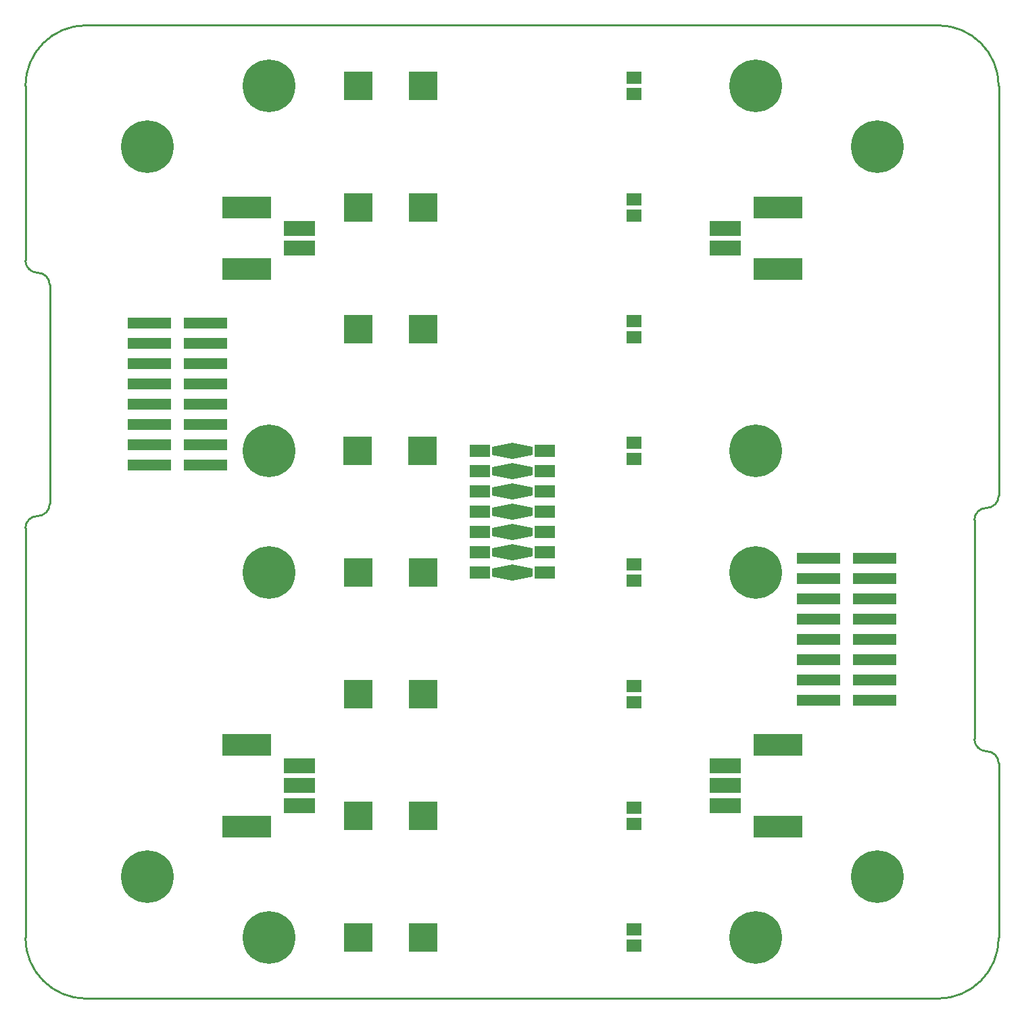
<source format=gbs>
G04 #@! TF.FileFunction,Soldermask,Bot*
%FSLAX46Y46*%
G04 Gerber Fmt 4.6, Leading zero omitted, Abs format (unit mm)*
G04 Created by KiCad (PCBNEW (2014-12-11 BZR 5320)-product) date Fri Dec 19 11:32:42 2014*
%MOMM*%
G01*
G04 APERTURE LIST*
%ADD10C,0.152400*%
%ADD11C,0.254000*%
%ADD12R,5.508000X1.408000*%
%ADD13C,6.604000*%
%ADD14R,3.908000X1.908000*%
%ADD15R,6.108000X2.808000*%
%ADD16R,3.556000X3.556000*%
%ADD17R,1.930400X1.574800*%
%ADD18R,2.540000X1.524000*%
G04 APERTURE END LIST*
D10*
D11*
X147320000Y-117856000D02*
G75*
G03X145796000Y-116332000I-1524000J0D01*
G01*
X144272000Y-114808000D02*
G75*
G03X145796000Y-116332000I1524000J0D01*
G01*
X145796000Y-85852000D02*
G75*
G03X144272000Y-87376000I0J-1524000D01*
G01*
X145796000Y-85852000D02*
G75*
G03X147320000Y-84328000I0J1524000D01*
G01*
X25400000Y-54864000D02*
G75*
G03X26924000Y-56388000I1524000J0D01*
G01*
X28448000Y-57912000D02*
G75*
G03X26924000Y-56388000I-1524000J0D01*
G01*
X26924000Y-86868000D02*
G75*
G03X25400000Y-88392000I0J-1524000D01*
G01*
X26924000Y-86868000D02*
G75*
G03X28448000Y-85344000I0J1524000D01*
G01*
X147320000Y-84328000D02*
X147320000Y-33020000D01*
X147320000Y-117856000D02*
X147320000Y-139700000D01*
X25400000Y-88392000D02*
X25400000Y-139700000D01*
X25400000Y-54864000D02*
X25400000Y-33020000D01*
X144272000Y-101092000D02*
X144272000Y-114808000D01*
X144272000Y-101092000D02*
X144272000Y-87376000D01*
X28448000Y-71628000D02*
X28448000Y-85344000D01*
X28448000Y-71628000D02*
X28448000Y-57912000D01*
X139700000Y-147320000D02*
X33020000Y-147320000D01*
X33020000Y-25400000D02*
X139700000Y-25400000D01*
X25400000Y-139700000D02*
G75*
G03X33020000Y-147320000I7620000J0D01*
G01*
X147320000Y-33020000D02*
G75*
G03X139700000Y-25400000I-7620000J0D01*
G01*
X33020000Y-25400000D02*
G75*
G03X25400000Y-33020000I0J-7620000D01*
G01*
X139700000Y-147320000D02*
G75*
G03X147320000Y-139700000I0J7620000D01*
G01*
D12*
X124770000Y-92202000D03*
X131770000Y-92202000D03*
X131770000Y-94742000D03*
X124770000Y-94742000D03*
X131770000Y-97282000D03*
X124770000Y-97282000D03*
X131770000Y-99822000D03*
X124770000Y-99822000D03*
X131770000Y-102362000D03*
X124770000Y-102362000D03*
X131770000Y-104902000D03*
X124770000Y-104902000D03*
X131770000Y-107442000D03*
X124770000Y-107442000D03*
X131770000Y-109982000D03*
X124770000Y-109982000D03*
D13*
X55880000Y-139700000D03*
X116840000Y-139700000D03*
X55880000Y-93980000D03*
X116840000Y-93980000D03*
X55880000Y-78740000D03*
X116840000Y-78740000D03*
X55880000Y-33020000D03*
X116840000Y-33020000D03*
D14*
X59690000Y-50820000D03*
X59690000Y-53320000D03*
D15*
X53090000Y-55920000D03*
X53090000Y-48220000D03*
D14*
X113030000Y-53320000D03*
X113030000Y-50820000D03*
D15*
X119630000Y-48220000D03*
X119630000Y-55920000D03*
D13*
X40640000Y-40640000D03*
X132080000Y-40640000D03*
X40640000Y-132080000D03*
X132080000Y-132080000D03*
D12*
X40950000Y-62738000D03*
X47950000Y-62738000D03*
X47950000Y-65278000D03*
X40950000Y-65278000D03*
X47950000Y-67818000D03*
X40950000Y-67818000D03*
X47950000Y-70358000D03*
X40950000Y-70358000D03*
X47950000Y-72898000D03*
X40950000Y-72898000D03*
X47950000Y-75438000D03*
X40950000Y-75438000D03*
X47950000Y-77978000D03*
X40950000Y-77978000D03*
X47950000Y-80518000D03*
X40950000Y-80518000D03*
D16*
X75184000Y-33020000D03*
X67056000Y-33020000D03*
X75184000Y-48260000D03*
X67056000Y-48260000D03*
X75184000Y-63500000D03*
X67056000Y-63500000D03*
X75171300Y-78740000D03*
X67043300Y-78740000D03*
X75184000Y-93980000D03*
X67056000Y-93980000D03*
X75184000Y-109220000D03*
X67056000Y-109220000D03*
X75184000Y-124460000D03*
X67056000Y-124460000D03*
X75184000Y-139700000D03*
X67056000Y-139700000D03*
D17*
X101600000Y-32004000D03*
X101600000Y-34036000D03*
X101600000Y-47244000D03*
X101600000Y-49276000D03*
X101600000Y-62484000D03*
X101600000Y-64516000D03*
X101600000Y-77724000D03*
X101600000Y-79756000D03*
X101600000Y-92964000D03*
X101600000Y-94996000D03*
X101600000Y-108204000D03*
X101600000Y-110236000D03*
X101600000Y-123444000D03*
X101600000Y-125476000D03*
X101600000Y-138684000D03*
X101600000Y-140716000D03*
D10*
G36*
X83820000Y-94488000D02*
X83820000Y-93472000D01*
X86360000Y-92964000D01*
X86360000Y-94996000D01*
X83820000Y-94488000D01*
X83820000Y-94488000D01*
G37*
G36*
X86360000Y-94996000D02*
X86360000Y-92964000D01*
X88900000Y-93472000D01*
X88900000Y-94488000D01*
X86360000Y-94996000D01*
X86360000Y-94996000D01*
G37*
D18*
X90424000Y-93980000D03*
X82296000Y-93980000D03*
D10*
G36*
X83820000Y-91948000D02*
X83820000Y-90932000D01*
X86360000Y-90424000D01*
X86360000Y-92456000D01*
X83820000Y-91948000D01*
X83820000Y-91948000D01*
G37*
G36*
X86360000Y-92456000D02*
X86360000Y-90424000D01*
X88900000Y-90932000D01*
X88900000Y-91948000D01*
X86360000Y-92456000D01*
X86360000Y-92456000D01*
G37*
D18*
X90424000Y-91440000D03*
X82296000Y-91440000D03*
D10*
G36*
X83820000Y-89408000D02*
X83820000Y-88392000D01*
X86360000Y-87884000D01*
X86360000Y-89916000D01*
X83820000Y-89408000D01*
X83820000Y-89408000D01*
G37*
G36*
X86360000Y-89916000D02*
X86360000Y-87884000D01*
X88900000Y-88392000D01*
X88900000Y-89408000D01*
X86360000Y-89916000D01*
X86360000Y-89916000D01*
G37*
D18*
X90424000Y-88900000D03*
X82296000Y-88900000D03*
D10*
G36*
X83820000Y-86868000D02*
X83820000Y-85852000D01*
X86360000Y-85344000D01*
X86360000Y-87376000D01*
X83820000Y-86868000D01*
X83820000Y-86868000D01*
G37*
G36*
X86360000Y-87376000D02*
X86360000Y-85344000D01*
X88900000Y-85852000D01*
X88900000Y-86868000D01*
X86360000Y-87376000D01*
X86360000Y-87376000D01*
G37*
D18*
X90424000Y-86360000D03*
X82296000Y-86360000D03*
D10*
G36*
X83820000Y-84328000D02*
X83820000Y-83312000D01*
X86360000Y-82804000D01*
X86360000Y-84836000D01*
X83820000Y-84328000D01*
X83820000Y-84328000D01*
G37*
G36*
X86360000Y-84836000D02*
X86360000Y-82804000D01*
X88900000Y-83312000D01*
X88900000Y-84328000D01*
X86360000Y-84836000D01*
X86360000Y-84836000D01*
G37*
D18*
X90424000Y-83820000D03*
X82296000Y-83820000D03*
D10*
G36*
X83820000Y-81788000D02*
X83820000Y-80772000D01*
X86360000Y-80264000D01*
X86360000Y-82296000D01*
X83820000Y-81788000D01*
X83820000Y-81788000D01*
G37*
G36*
X86360000Y-82296000D02*
X86360000Y-80264000D01*
X88900000Y-80772000D01*
X88900000Y-81788000D01*
X86360000Y-82296000D01*
X86360000Y-82296000D01*
G37*
D18*
X90424000Y-81280000D03*
X82296000Y-81280000D03*
D10*
G36*
X83820000Y-79248000D02*
X83820000Y-78232000D01*
X86360000Y-77724000D01*
X86360000Y-79756000D01*
X83820000Y-79248000D01*
X83820000Y-79248000D01*
G37*
G36*
X86360000Y-79756000D02*
X86360000Y-77724000D01*
X88900000Y-78232000D01*
X88900000Y-79248000D01*
X86360000Y-79756000D01*
X86360000Y-79756000D01*
G37*
D18*
X90424000Y-78740000D03*
X82296000Y-78740000D03*
D14*
X113030000Y-120650000D03*
X113030000Y-118150000D03*
D15*
X119630000Y-115550000D03*
X119630000Y-125750000D03*
D14*
X113030000Y-123150000D03*
X59690000Y-120650000D03*
X59690000Y-123150000D03*
D15*
X53090000Y-125750000D03*
X53090000Y-115550000D03*
D14*
X59690000Y-118150000D03*
M02*

</source>
